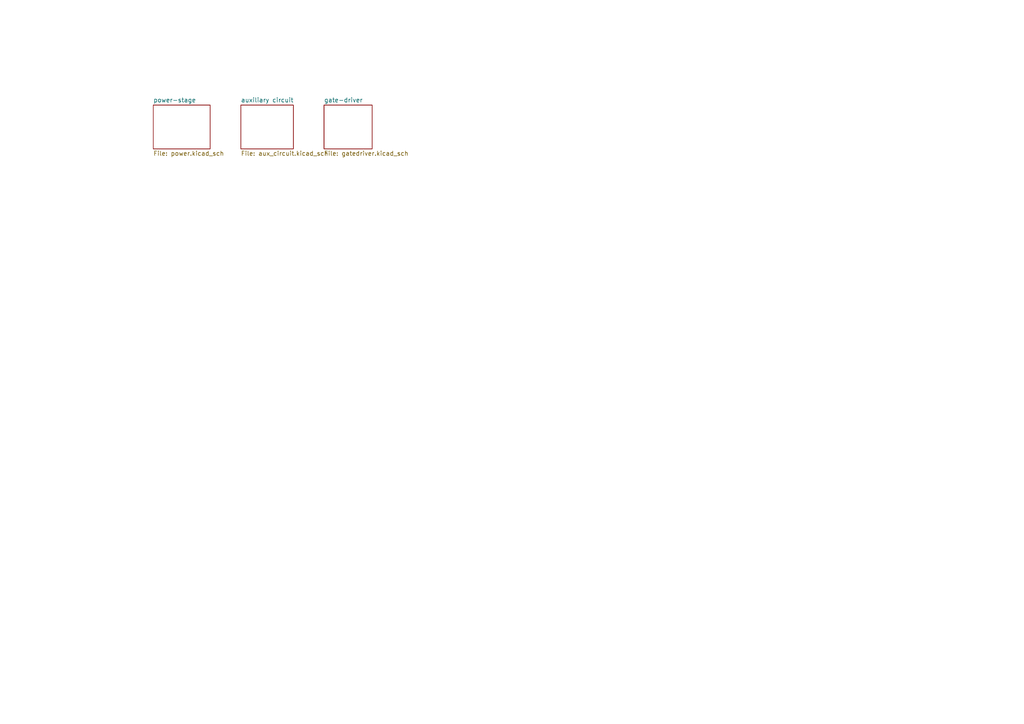
<source format=kicad_sch>
(kicad_sch (version 20230121) (generator eeschema)
  (paper "A4")
  (lib_symbols)
  (sheet (at 44.45 30.48) (size 16.51 12.7) (stroke (width 0.1524))
    (property "Sheetname" "power-stage" (at 44.45 29.7684 0) (effects (justify left bottom)))
    (property "Sheetfile" "power.kicad_sch" (at 44.45 43.7646 0) (effects (justify left top)))
  )
  (sheet (at 69.85 30.48) (size 15.24 12.7) (stroke (width 0.1524))
    (property "Sheetname" "auxiliary circuit" (at 69.85 29.7684 0) (effects (justify left bottom)))
    (property "Sheetfile" "aux_circuit.kicad_sch" (at 69.85 43.7646 0) (effects (justify left top)))
  )
  (sheet (at 93.98 30.48) (size 13.97 12.7) (stroke (width 0.1524))
    (property "Sheetname" "gate-driver" (at 93.98 29.7684 0) (effects (justify left bottom)))
    (property "Sheetfile" "gatedriver.kicad_sch" (at 93.98 43.7646 0) (effects (justify left top)))
  )
)
</source>
